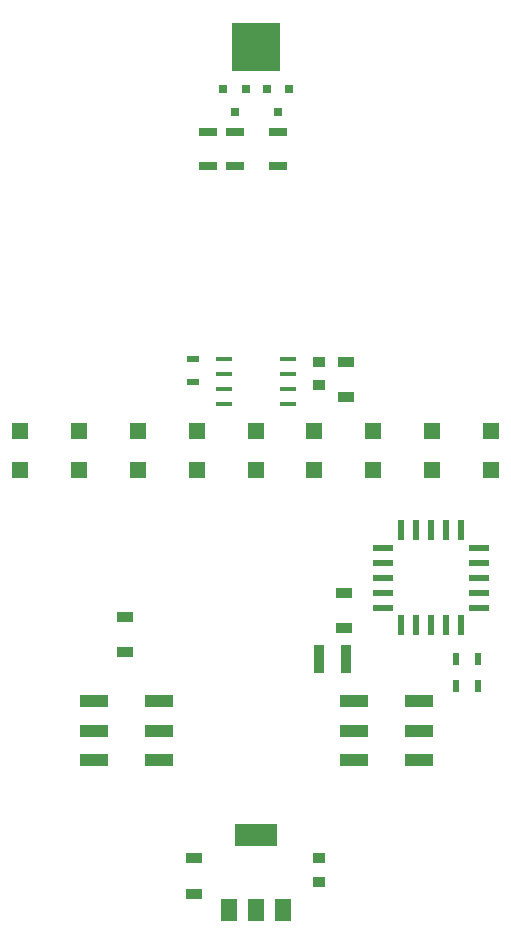
<source format=gbr>
G04 #@! TF.FileFunction,Paste,Top*
%FSLAX46Y46*%
G04 Gerber Fmt 4.6, Leading zero omitted, Abs format (unit mm)*
G04 Created by KiCad (PCBNEW 4.0.7-e2-6376~58~ubuntu16.04.1) date Sat Oct 21 15:52:31 2017*
%MOMM*%
%LPD*%
G01*
G04 APERTURE LIST*
%ADD10C,0.100000*%
%ADD11R,1.440000X0.840000*%
%ADD12R,1.090000X0.840000*%
%ADD13R,4.040000X4.040000*%
%ADD14R,0.640000X0.740000*%
%ADD15R,1.540000X0.740000*%
%ADD16R,1.390000X0.440000*%
%ADD17R,2.340000X1.040000*%
%ADD18R,1.140000X0.540000*%
%ADD19R,1.765000X0.540000*%
%ADD20R,0.540000X1.765000*%
%ADD21R,3.640000X1.840000*%
%ADD22R,1.340000X1.840000*%
%ADD23R,1.340000X1.340000*%
%ADD24R,0.540000X1.140000*%
%ADD25R,0.861080X2.380000*%
G04 APERTURE END LIST*
D10*
D11*
X107569000Y-129746000D03*
X107569000Y-126746000D03*
D12*
X105283000Y-128746000D03*
X105283000Y-126746000D03*
D13*
X99949000Y-100076000D03*
D14*
X102804000Y-103648000D03*
X100904000Y-103648000D03*
X101854000Y-105648000D03*
X99121000Y-103648000D03*
X97221000Y-103648000D03*
X98171000Y-105648000D03*
D15*
X98171000Y-107315000D03*
X98171000Y-110215000D03*
X101854000Y-107315000D03*
X101854000Y-110215000D03*
D16*
X97300000Y-126492000D03*
X97300000Y-127762000D03*
X97300000Y-129032000D03*
X97300000Y-130302000D03*
X102700000Y-130302000D03*
X102700000Y-129032000D03*
X102700000Y-127762000D03*
X102700000Y-126492000D03*
D11*
X94742000Y-168807000D03*
X94742000Y-171807000D03*
D12*
X105283000Y-168799000D03*
X105283000Y-170799000D03*
D17*
X86250000Y-160500000D03*
X91750000Y-160500000D03*
X86250000Y-155500000D03*
X91750000Y-155500000D03*
X86250000Y-158000000D03*
X91750000Y-158000000D03*
D18*
X94615000Y-126558000D03*
X94615000Y-128458000D03*
D11*
X88900000Y-148336000D03*
X88900000Y-151336000D03*
D17*
X108250000Y-160500000D03*
X113750000Y-160500000D03*
X108250000Y-155500000D03*
X113750000Y-155500000D03*
X108250000Y-158000000D03*
X113750000Y-158000000D03*
D15*
X95961200Y-107320080D03*
X95961200Y-110220080D03*
D19*
X110755500Y-145034000D03*
X110755500Y-146304000D03*
X110755500Y-147574000D03*
X110755500Y-143764000D03*
X110755500Y-142494000D03*
D20*
X112268000Y-149086500D03*
X113538000Y-149086500D03*
X114808000Y-149086500D03*
X116078000Y-149086500D03*
X117348000Y-149086500D03*
D19*
X118860500Y-147574000D03*
X118860500Y-146304000D03*
X118860500Y-145034000D03*
X118860500Y-143764000D03*
X118860500Y-142494000D03*
D20*
X117348000Y-140981500D03*
X116078000Y-140981500D03*
X114808000Y-140981500D03*
X113538000Y-140981500D03*
X112268000Y-140981500D03*
D21*
X100000000Y-166850000D03*
D22*
X100000000Y-173150000D03*
X102300000Y-173150000D03*
X97700000Y-173150000D03*
D23*
X80010000Y-135890000D03*
X80010000Y-132590000D03*
X99949000Y-135890000D03*
X99949000Y-132590000D03*
X84994750Y-132590000D03*
X84994750Y-135890000D03*
X104933750Y-132590000D03*
X104933750Y-135890000D03*
X119888000Y-135890000D03*
X119888000Y-132590000D03*
X89979500Y-135890000D03*
X89979500Y-132590000D03*
X109918500Y-135890000D03*
X109918500Y-132590000D03*
X94964250Y-132590000D03*
X94964250Y-135890000D03*
X114903250Y-132590000D03*
X114903250Y-135890000D03*
D24*
X116906000Y-151892000D03*
X118806000Y-151892000D03*
X116906000Y-154178000D03*
X118806000Y-154178000D03*
D11*
X107442000Y-146328000D03*
X107442000Y-149328000D03*
D25*
X105280460Y-151892000D03*
X107571540Y-151892000D03*
M02*

</source>
